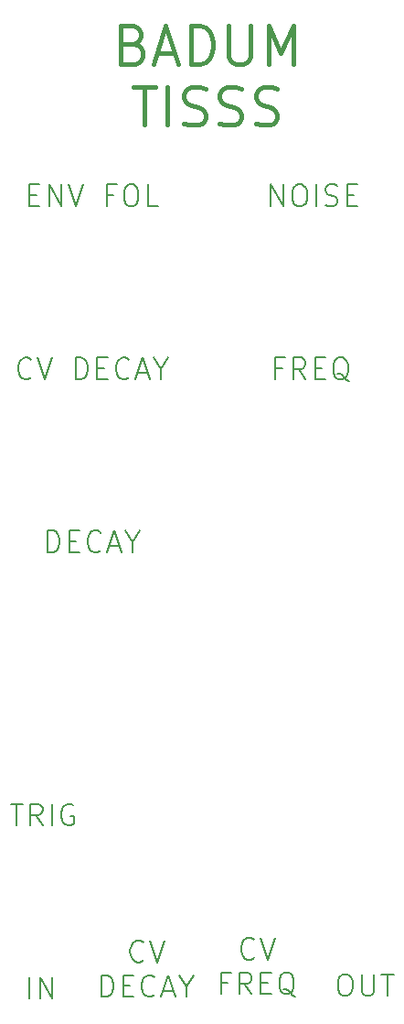
<source format=gbr>
G04 #@! TF.GenerationSoftware,KiCad,Pcbnew,(5.1.5-0)*
G04 #@! TF.CreationDate,2021-01-19T23:08:31-08:00*
G04 #@! TF.ProjectId,badumtiss,62616475-6d74-4697-9373-2e6b69636164,rev?*
G04 #@! TF.SameCoordinates,Original*
G04 #@! TF.FileFunction,Legend,Top*
G04 #@! TF.FilePolarity,Positive*
%FSLAX46Y46*%
G04 Gerber Fmt 4.6, Leading zero omitted, Abs format (unit mm)*
G04 Created by KiCad (PCBNEW (5.1.5-0)) date 2021-01-19 23:08:31*
%MOMM*%
%LPD*%
G04 APERTURE LIST*
%ADD10C,0.200000*%
%ADD11C,0.400000*%
G04 APERTURE END LIST*
D10*
X24761904Y-87364285D02*
X24666666Y-87459523D01*
X24380952Y-87554761D01*
X24190476Y-87554761D01*
X23904761Y-87459523D01*
X23714285Y-87269047D01*
X23619047Y-87078571D01*
X23523809Y-86697619D01*
X23523809Y-86411904D01*
X23619047Y-86030952D01*
X23714285Y-85840476D01*
X23904761Y-85650000D01*
X24190476Y-85554761D01*
X24380952Y-85554761D01*
X24666666Y-85650000D01*
X24761904Y-85745238D01*
X25333333Y-85554761D02*
X26000000Y-87554761D01*
X26666666Y-85554761D01*
X22333333Y-89707142D02*
X21666666Y-89707142D01*
X21666666Y-90754761D02*
X21666666Y-88754761D01*
X22619047Y-88754761D01*
X24523809Y-90754761D02*
X23857142Y-89802380D01*
X23380952Y-90754761D02*
X23380952Y-88754761D01*
X24142857Y-88754761D01*
X24333333Y-88850000D01*
X24428571Y-88945238D01*
X24523809Y-89135714D01*
X24523809Y-89421428D01*
X24428571Y-89611904D01*
X24333333Y-89707142D01*
X24142857Y-89802380D01*
X23380952Y-89802380D01*
X25380952Y-89707142D02*
X26047619Y-89707142D01*
X26333333Y-90754761D02*
X25380952Y-90754761D01*
X25380952Y-88754761D01*
X26333333Y-88754761D01*
X28523809Y-90945238D02*
X28333333Y-90850000D01*
X28142857Y-90659523D01*
X27857142Y-90373809D01*
X27666666Y-90278571D01*
X27476190Y-90278571D01*
X27571428Y-90754761D02*
X27380952Y-90659523D01*
X27190476Y-90469047D01*
X27095238Y-90088095D01*
X27095238Y-89421428D01*
X27190476Y-89040476D01*
X27380952Y-88850000D01*
X27571428Y-88754761D01*
X27952380Y-88754761D01*
X28142857Y-88850000D01*
X28333333Y-89040476D01*
X28428571Y-89421428D01*
X28428571Y-90088095D01*
X28333333Y-90469047D01*
X28142857Y-90659523D01*
X27952380Y-90754761D01*
X27571428Y-90754761D01*
X3952380Y-91154761D02*
X3952380Y-89154761D01*
X4904761Y-91154761D02*
X4904761Y-89154761D01*
X6047619Y-91154761D01*
X6047619Y-89154761D01*
D11*
X13566666Y-2925000D02*
X14066666Y-3091666D01*
X14233333Y-3258333D01*
X14400000Y-3591666D01*
X14400000Y-4091666D01*
X14233333Y-4425000D01*
X14066666Y-4591666D01*
X13733333Y-4758333D01*
X12400000Y-4758333D01*
X12400000Y-1258333D01*
X13566666Y-1258333D01*
X13900000Y-1425000D01*
X14066666Y-1591666D01*
X14233333Y-1925000D01*
X14233333Y-2258333D01*
X14066666Y-2591666D01*
X13900000Y-2758333D01*
X13566666Y-2925000D01*
X12400000Y-2925000D01*
X15733333Y-3758333D02*
X17400000Y-3758333D01*
X15400000Y-4758333D02*
X16566666Y-1258333D01*
X17733333Y-4758333D01*
X18900000Y-4758333D02*
X18900000Y-1258333D01*
X19733333Y-1258333D01*
X20233333Y-1425000D01*
X20566666Y-1758333D01*
X20733333Y-2091666D01*
X20900000Y-2758333D01*
X20900000Y-3258333D01*
X20733333Y-3925000D01*
X20566666Y-4258333D01*
X20233333Y-4591666D01*
X19733333Y-4758333D01*
X18900000Y-4758333D01*
X22400000Y-1258333D02*
X22400000Y-4091666D01*
X22566666Y-4425000D01*
X22733333Y-4591666D01*
X23066666Y-4758333D01*
X23733333Y-4758333D01*
X24066666Y-4591666D01*
X24233333Y-4425000D01*
X24400000Y-4091666D01*
X24400000Y-1258333D01*
X26066666Y-4758333D02*
X26066666Y-1258333D01*
X27233333Y-3758333D01*
X28400000Y-1258333D01*
X28400000Y-4758333D01*
X13566666Y-6908333D02*
X15566666Y-6908333D01*
X14566666Y-10408333D02*
X14566666Y-6908333D01*
X16733333Y-10408333D02*
X16733333Y-6908333D01*
X18233333Y-10241666D02*
X18733333Y-10408333D01*
X19566666Y-10408333D01*
X19900000Y-10241666D01*
X20066666Y-10075000D01*
X20233333Y-9741666D01*
X20233333Y-9408333D01*
X20066666Y-9075000D01*
X19900000Y-8908333D01*
X19566666Y-8741666D01*
X18900000Y-8575000D01*
X18566666Y-8408333D01*
X18400000Y-8241666D01*
X18233333Y-7908333D01*
X18233333Y-7575000D01*
X18400000Y-7241666D01*
X18566666Y-7075000D01*
X18900000Y-6908333D01*
X19733333Y-6908333D01*
X20233333Y-7075000D01*
X21566666Y-10241666D02*
X22066666Y-10408333D01*
X22900000Y-10408333D01*
X23233333Y-10241666D01*
X23400000Y-10075000D01*
X23566666Y-9741666D01*
X23566666Y-9408333D01*
X23400000Y-9075000D01*
X23233333Y-8908333D01*
X22900000Y-8741666D01*
X22233333Y-8575000D01*
X21900000Y-8408333D01*
X21733333Y-8241666D01*
X21566666Y-7908333D01*
X21566666Y-7575000D01*
X21733333Y-7241666D01*
X21900000Y-7075000D01*
X22233333Y-6908333D01*
X23066666Y-6908333D01*
X23566666Y-7075000D01*
X24900000Y-10241666D02*
X25400000Y-10408333D01*
X26233333Y-10408333D01*
X26566666Y-10241666D01*
X26733333Y-10075000D01*
X26900000Y-9741666D01*
X26900000Y-9408333D01*
X26733333Y-9075000D01*
X26566666Y-8908333D01*
X26233333Y-8741666D01*
X25566666Y-8575000D01*
X25233333Y-8408333D01*
X25066666Y-8241666D01*
X24900000Y-7908333D01*
X24900000Y-7575000D01*
X25066666Y-7241666D01*
X25233333Y-7075000D01*
X25566666Y-6908333D01*
X26400000Y-6908333D01*
X26900000Y-7075000D01*
D10*
X27333333Y-32857142D02*
X26666666Y-32857142D01*
X26666666Y-33904761D02*
X26666666Y-31904761D01*
X27619047Y-31904761D01*
X29523809Y-33904761D02*
X28857142Y-32952380D01*
X28380952Y-33904761D02*
X28380952Y-31904761D01*
X29142857Y-31904761D01*
X29333333Y-32000000D01*
X29428571Y-32095238D01*
X29523809Y-32285714D01*
X29523809Y-32571428D01*
X29428571Y-32761904D01*
X29333333Y-32857142D01*
X29142857Y-32952380D01*
X28380952Y-32952380D01*
X30380952Y-32857142D02*
X31047619Y-32857142D01*
X31333333Y-33904761D02*
X30380952Y-33904761D01*
X30380952Y-31904761D01*
X31333333Y-31904761D01*
X33523809Y-34095238D02*
X33333333Y-34000000D01*
X33142857Y-33809523D01*
X32857142Y-33523809D01*
X32666666Y-33428571D01*
X32476190Y-33428571D01*
X32571428Y-33904761D02*
X32380952Y-33809523D01*
X32190476Y-33619047D01*
X32095238Y-33238095D01*
X32095238Y-32571428D01*
X32190476Y-32190476D01*
X32380952Y-32000000D01*
X32571428Y-31904761D01*
X32952380Y-31904761D01*
X33142857Y-32000000D01*
X33333333Y-32190476D01*
X33428571Y-32571428D01*
X33428571Y-33238095D01*
X33333333Y-33619047D01*
X33142857Y-33809523D01*
X32952380Y-33904761D01*
X32571428Y-33904761D01*
X26297619Y-17904761D02*
X26297619Y-15904761D01*
X27440476Y-17904761D01*
X27440476Y-15904761D01*
X28773809Y-15904761D02*
X29154761Y-15904761D01*
X29345238Y-16000000D01*
X29535714Y-16190476D01*
X29630952Y-16571428D01*
X29630952Y-17238095D01*
X29535714Y-17619047D01*
X29345238Y-17809523D01*
X29154761Y-17904761D01*
X28773809Y-17904761D01*
X28583333Y-17809523D01*
X28392857Y-17619047D01*
X28297619Y-17238095D01*
X28297619Y-16571428D01*
X28392857Y-16190476D01*
X28583333Y-16000000D01*
X28773809Y-15904761D01*
X30488095Y-17904761D02*
X30488095Y-15904761D01*
X31345238Y-17809523D02*
X31630952Y-17904761D01*
X32107142Y-17904761D01*
X32297619Y-17809523D01*
X32392857Y-17714285D01*
X32488095Y-17523809D01*
X32488095Y-17333333D01*
X32392857Y-17142857D01*
X32297619Y-17047619D01*
X32107142Y-16952380D01*
X31726190Y-16857142D01*
X31535714Y-16761904D01*
X31440476Y-16666666D01*
X31345238Y-16476190D01*
X31345238Y-16285714D01*
X31440476Y-16095238D01*
X31535714Y-16000000D01*
X31726190Y-15904761D01*
X32202380Y-15904761D01*
X32488095Y-16000000D01*
X33345238Y-16857142D02*
X34011904Y-16857142D01*
X34297619Y-17904761D02*
X33345238Y-17904761D01*
X33345238Y-15904761D01*
X34297619Y-15904761D01*
X3940476Y-16857142D02*
X4607142Y-16857142D01*
X4892857Y-17904761D02*
X3940476Y-17904761D01*
X3940476Y-15904761D01*
X4892857Y-15904761D01*
X5750000Y-17904761D02*
X5750000Y-15904761D01*
X6892857Y-17904761D01*
X6892857Y-15904761D01*
X7559523Y-15904761D02*
X8226190Y-17904761D01*
X8892857Y-15904761D01*
X11750000Y-16857142D02*
X11083333Y-16857142D01*
X11083333Y-17904761D02*
X11083333Y-15904761D01*
X12035714Y-15904761D01*
X13178571Y-15904761D02*
X13559523Y-15904761D01*
X13750000Y-16000000D01*
X13940476Y-16190476D01*
X14035714Y-16571428D01*
X14035714Y-17238095D01*
X13940476Y-17619047D01*
X13750000Y-17809523D01*
X13559523Y-17904761D01*
X13178571Y-17904761D01*
X12988095Y-17809523D01*
X12797619Y-17619047D01*
X12702380Y-17238095D01*
X12702380Y-16571428D01*
X12797619Y-16190476D01*
X12988095Y-16000000D01*
X13178571Y-15904761D01*
X15845238Y-17904761D02*
X14892857Y-17904761D01*
X14892857Y-15904761D01*
X4130952Y-33714285D02*
X4035714Y-33809523D01*
X3750000Y-33904761D01*
X3559523Y-33904761D01*
X3273809Y-33809523D01*
X3083333Y-33619047D01*
X2988095Y-33428571D01*
X2892857Y-33047619D01*
X2892857Y-32761904D01*
X2988095Y-32380952D01*
X3083333Y-32190476D01*
X3273809Y-32000000D01*
X3559523Y-31904761D01*
X3750000Y-31904761D01*
X4035714Y-32000000D01*
X4130952Y-32095238D01*
X4702380Y-31904761D02*
X5369047Y-33904761D01*
X6035714Y-31904761D01*
X8226190Y-33904761D02*
X8226190Y-31904761D01*
X8702380Y-31904761D01*
X8988095Y-32000000D01*
X9178571Y-32190476D01*
X9273809Y-32380952D01*
X9369047Y-32761904D01*
X9369047Y-33047619D01*
X9273809Y-33428571D01*
X9178571Y-33619047D01*
X8988095Y-33809523D01*
X8702380Y-33904761D01*
X8226190Y-33904761D01*
X10226190Y-32857142D02*
X10892857Y-32857142D01*
X11178571Y-33904761D02*
X10226190Y-33904761D01*
X10226190Y-31904761D01*
X11178571Y-31904761D01*
X13178571Y-33714285D02*
X13083333Y-33809523D01*
X12797619Y-33904761D01*
X12607142Y-33904761D01*
X12321428Y-33809523D01*
X12130952Y-33619047D01*
X12035714Y-33428571D01*
X11940476Y-33047619D01*
X11940476Y-32761904D01*
X12035714Y-32380952D01*
X12130952Y-32190476D01*
X12321428Y-32000000D01*
X12607142Y-31904761D01*
X12797619Y-31904761D01*
X13083333Y-32000000D01*
X13178571Y-32095238D01*
X13940476Y-33333333D02*
X14892857Y-33333333D01*
X13750000Y-33904761D02*
X14416666Y-31904761D01*
X15083333Y-33904761D01*
X16130952Y-32952380D02*
X16130952Y-33904761D01*
X15464285Y-31904761D02*
X16130952Y-32952380D01*
X16797619Y-31904761D01*
X5607142Y-49904761D02*
X5607142Y-47904761D01*
X6083333Y-47904761D01*
X6369047Y-48000000D01*
X6559523Y-48190476D01*
X6654761Y-48380952D01*
X6750000Y-48761904D01*
X6750000Y-49047619D01*
X6654761Y-49428571D01*
X6559523Y-49619047D01*
X6369047Y-49809523D01*
X6083333Y-49904761D01*
X5607142Y-49904761D01*
X7607142Y-48857142D02*
X8273809Y-48857142D01*
X8559523Y-49904761D02*
X7607142Y-49904761D01*
X7607142Y-47904761D01*
X8559523Y-47904761D01*
X10559523Y-49714285D02*
X10464285Y-49809523D01*
X10178571Y-49904761D01*
X9988095Y-49904761D01*
X9702380Y-49809523D01*
X9511904Y-49619047D01*
X9416666Y-49428571D01*
X9321428Y-49047619D01*
X9321428Y-48761904D01*
X9416666Y-48380952D01*
X9511904Y-48190476D01*
X9702380Y-48000000D01*
X9988095Y-47904761D01*
X10178571Y-47904761D01*
X10464285Y-48000000D01*
X10559523Y-48095238D01*
X11321428Y-49333333D02*
X12273809Y-49333333D01*
X11130952Y-49904761D02*
X11797619Y-47904761D01*
X12464285Y-49904761D01*
X13511904Y-48952380D02*
X13511904Y-49904761D01*
X12845238Y-47904761D02*
X13511904Y-48952380D01*
X14178571Y-47904761D01*
X33000000Y-88904761D02*
X33380952Y-88904761D01*
X33571428Y-89000000D01*
X33761904Y-89190476D01*
X33857142Y-89571428D01*
X33857142Y-90238095D01*
X33761904Y-90619047D01*
X33571428Y-90809523D01*
X33380952Y-90904761D01*
X33000000Y-90904761D01*
X32809523Y-90809523D01*
X32619047Y-90619047D01*
X32523809Y-90238095D01*
X32523809Y-89571428D01*
X32619047Y-89190476D01*
X32809523Y-89000000D01*
X33000000Y-88904761D01*
X34714285Y-88904761D02*
X34714285Y-90523809D01*
X34809523Y-90714285D01*
X34904761Y-90809523D01*
X35095238Y-90904761D01*
X35476190Y-90904761D01*
X35666666Y-90809523D01*
X35761904Y-90714285D01*
X35857142Y-90523809D01*
X35857142Y-88904761D01*
X36523809Y-88904761D02*
X37666666Y-88904761D01*
X37095238Y-90904761D02*
X37095238Y-88904761D01*
X14511904Y-87614285D02*
X14416666Y-87709523D01*
X14130952Y-87804761D01*
X13940476Y-87804761D01*
X13654761Y-87709523D01*
X13464285Y-87519047D01*
X13369047Y-87328571D01*
X13273809Y-86947619D01*
X13273809Y-86661904D01*
X13369047Y-86280952D01*
X13464285Y-86090476D01*
X13654761Y-85900000D01*
X13940476Y-85804761D01*
X14130952Y-85804761D01*
X14416666Y-85900000D01*
X14511904Y-85995238D01*
X15083333Y-85804761D02*
X15750000Y-87804761D01*
X16416666Y-85804761D01*
X10607142Y-91004761D02*
X10607142Y-89004761D01*
X11083333Y-89004761D01*
X11369047Y-89100000D01*
X11559523Y-89290476D01*
X11654761Y-89480952D01*
X11750000Y-89861904D01*
X11750000Y-90147619D01*
X11654761Y-90528571D01*
X11559523Y-90719047D01*
X11369047Y-90909523D01*
X11083333Y-91004761D01*
X10607142Y-91004761D01*
X12607142Y-89957142D02*
X13273809Y-89957142D01*
X13559523Y-91004761D02*
X12607142Y-91004761D01*
X12607142Y-89004761D01*
X13559523Y-89004761D01*
X15559523Y-90814285D02*
X15464285Y-90909523D01*
X15178571Y-91004761D01*
X14988095Y-91004761D01*
X14702380Y-90909523D01*
X14511904Y-90719047D01*
X14416666Y-90528571D01*
X14321428Y-90147619D01*
X14321428Y-89861904D01*
X14416666Y-89480952D01*
X14511904Y-89290476D01*
X14702380Y-89100000D01*
X14988095Y-89004761D01*
X15178571Y-89004761D01*
X15464285Y-89100000D01*
X15559523Y-89195238D01*
X16321428Y-90433333D02*
X17273809Y-90433333D01*
X16130952Y-91004761D02*
X16797619Y-89004761D01*
X17464285Y-91004761D01*
X18511904Y-90052380D02*
X18511904Y-91004761D01*
X17845238Y-89004761D02*
X18511904Y-90052380D01*
X19178571Y-89004761D01*
X2202380Y-73154761D02*
X3345238Y-73154761D01*
X2773809Y-75154761D02*
X2773809Y-73154761D01*
X5154761Y-75154761D02*
X4488095Y-74202380D01*
X4011904Y-75154761D02*
X4011904Y-73154761D01*
X4773809Y-73154761D01*
X4964285Y-73250000D01*
X5059523Y-73345238D01*
X5154761Y-73535714D01*
X5154761Y-73821428D01*
X5059523Y-74011904D01*
X4964285Y-74107142D01*
X4773809Y-74202380D01*
X4011904Y-74202380D01*
X6011904Y-75154761D02*
X6011904Y-73154761D01*
X8011904Y-73250000D02*
X7821428Y-73154761D01*
X7535714Y-73154761D01*
X7250000Y-73250000D01*
X7059523Y-73440476D01*
X6964285Y-73630952D01*
X6869047Y-74011904D01*
X6869047Y-74297619D01*
X6964285Y-74678571D01*
X7059523Y-74869047D01*
X7250000Y-75059523D01*
X7535714Y-75154761D01*
X7726190Y-75154761D01*
X8011904Y-75059523D01*
X8107142Y-74964285D01*
X8107142Y-74297619D01*
X7726190Y-74297619D01*
M02*

</source>
